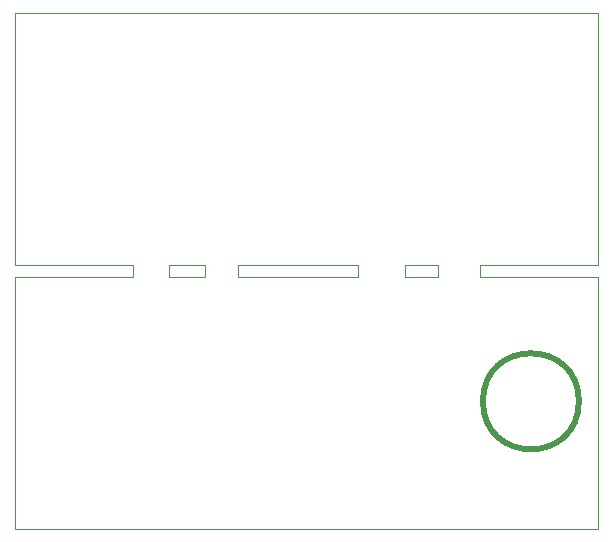
<source format=gbr>
%TF.GenerationSoftware,KiCad,Pcbnew,8.0.1*%
%TF.CreationDate,2024-06-30T08:56:46-03:00*%
%TF.ProjectId,chaos_papagali,6368616f-735f-4706-9170-6167616c692e,rev?*%
%TF.SameCoordinates,Original*%
%TF.FileFunction,Profile,NP*%
%FSLAX46Y46*%
G04 Gerber Fmt 4.6, Leading zero omitted, Abs format (unit mm)*
G04 Created by KiCad (PCBNEW 8.0.1) date 2024-06-30 08:56:46*
%MOMM*%
%LPD*%
G01*
G04 APERTURE LIST*
%TA.AperFunction,Profile*%
%ADD10C,0.050000*%
%TD*%
%TA.AperFunction,Profile*%
%ADD11C,0.500000*%
%TD*%
G04 APERTURE END LIST*
D10*
X144907000Y-95758000D02*
X144907000Y-94742000D01*
X119126000Y-95758000D02*
X119126000Y-94742000D01*
X148463000Y-95758000D02*
X148463000Y-94742000D01*
X158496000Y-95758000D02*
X158496000Y-117094000D01*
X109093000Y-117094000D02*
X109093000Y-95758000D01*
X138176000Y-95758000D02*
X138176000Y-94742000D01*
X158496000Y-94742000D02*
X158496000Y-73406000D01*
D11*
X156845000Y-106299000D02*
G75*
G02*
X148717000Y-106299000I-4064000J0D01*
G01*
X148717000Y-106299000D02*
G75*
G02*
X156845000Y-106299000I4064000J0D01*
G01*
D10*
X138176000Y-94742000D02*
X128016000Y-94742000D01*
X148463000Y-94742000D02*
X158496000Y-94742000D01*
X119126000Y-94742000D02*
X109093000Y-94742000D01*
X158496000Y-73406000D02*
X109093000Y-73406000D01*
X142113000Y-94742000D02*
X142113000Y-95758000D01*
X158496000Y-95758000D02*
X148463000Y-95758000D01*
X128016000Y-94742000D02*
X128016000Y-95758000D01*
X122174000Y-94742000D02*
X122174000Y-95758000D01*
X125222000Y-94742000D02*
X122174000Y-94742000D01*
X144907000Y-94742000D02*
X142113000Y-94742000D01*
X142113000Y-95758000D02*
X144907000Y-95758000D01*
X158496000Y-117094000D02*
X109093000Y-117094000D01*
X109093000Y-95758000D02*
X119126000Y-95758000D01*
X122174000Y-95758000D02*
X125222000Y-95758000D01*
X109093000Y-73406000D02*
X109093000Y-94742000D01*
X128016000Y-95758000D02*
X138176000Y-95758000D01*
X125222000Y-95758000D02*
X125222000Y-94742000D01*
M02*

</source>
